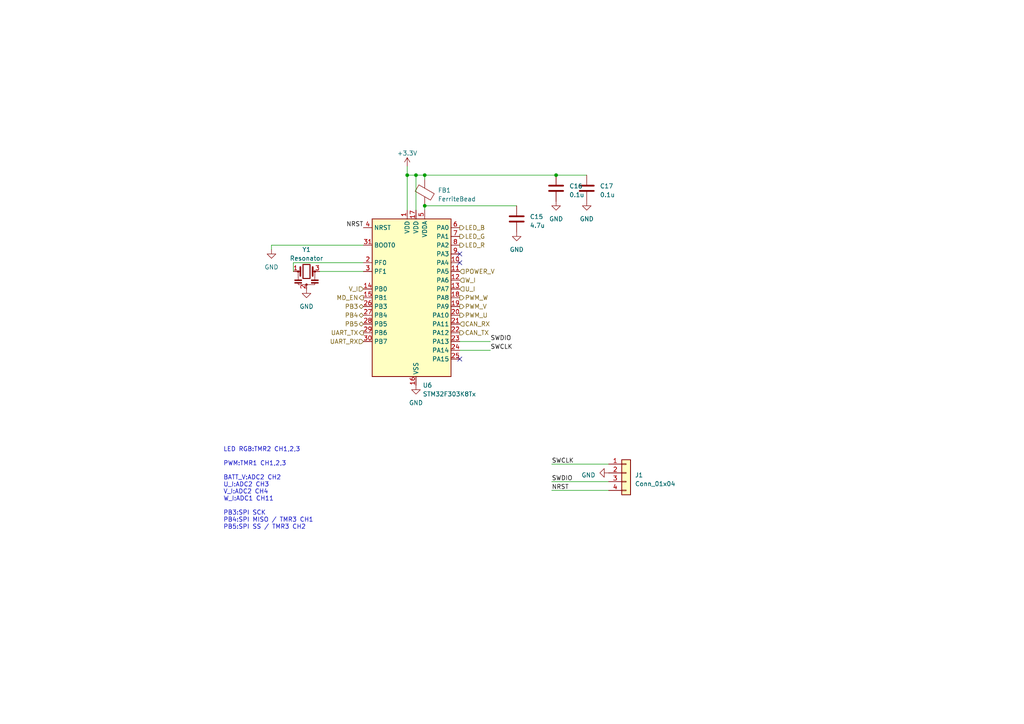
<source format=kicad_sch>
(kicad_sch (version 20230121) (generator eeschema)
  (paper "A4")
  (lib_symbols
    (symbol "Connector_Generic:Conn_01x04" (pin_names (offset 1.016) hide)
      (property "Reference" "J" (at 0 5.08 0))
      (property "Value" "Conn_01x04" (at 0 -7.62 0))
      (symbol "Conn_01x04_1_1"
        (rectangle (start -1.27 -4.953) (end 0 -5.207) (stroke (width 0.1524)))
        (rectangle (start -1.27 -2.413) (end 0 -2.667) (stroke (width 0.1524)))
        (rectangle (start -1.27 0.127) (end 0 -0.127) (stroke (width 0.1524)))
        (rectangle (start -1.27 2.667) (end 0 2.413) (stroke (width 0.1524)))
        (rectangle (start -1.27 3.81) (end 1.27 -6.35) (stroke (width 0.254)) (fill (type background)))
        (pin passive line (at -5.08 2.54 0) (length 3.81) (name "Pin_1") (number "1"))
        (pin passive line (at -5.08 0 0) (length 3.81) (name "Pin_2") (number "2"))
        (pin passive line (at -5.08 -2.54 0) (length 3.81) (name "Pin_3") (number "3"))
        (pin passive line (at -5.08 -5.08 0) (length 3.81) (name "Pin_4") (number "4"))
      )
    )
    (symbol "Device:C" (pin_numbers hide) (pin_names (offset 0.254))
      (property "Reference" "C" (at 0.635 2.54 0))
      (property "Value" "C" (at 0.635 -2.54 0))
      (symbol "C_0_1"
        (polyline (pts (xy -2.032 -0.762) (xy 2.032 -0.762)) (stroke (width 0.508)))
        (polyline (pts (xy -2.032 0.762) (xy 2.032 0.762)) (stroke (width 0.508)))
      )
      (symbol "C_1_1"
        (pin passive line (at 0 3.81 270) (length 2.794) (name "~") (number "1"))
        (pin passive line (at 0 -3.81 90) (length 2.794) (name "~") (number "2"))
      )
    )
    (symbol "Device:FerriteBead" (pin_numbers hide) (pin_names (offset 0))
      (property "Reference" "FB" (at -3.81 0.635 90))
      (property "Value" "FerriteBead" (at 3.81 0 90))
      (symbol "FerriteBead_0_1"
        (polyline (pts (xy 0 -1.27) (xy 0 -1.2192)))
        (polyline (pts (xy 0 1.27) (xy 0 1.2954)))
        (polyline (pts (xy -2.7686 0.4064) (xy -1.7018 2.2606) (xy 2.7686 -0.3048) (xy 1.6764 -2.159) (xy -2.7686 0.4064)))
      )
      (symbol "FerriteBead_1_1"
        (pin passive line (at 0 3.81 270) (length 2.54) (name "~") (number "1"))
        (pin passive line (at 0 -3.81 90) (length 2.54) (name "~") (number "2"))
      )
    )
    (symbol "Device:Resonator" (pin_names (offset 1.016) hide)
      (property "Reference" "Y" (at 0 5.715 0))
      (property "Value" "Resonator" (at 0 3.81 0))
      (symbol "Resonator_0_1"
        (rectangle (start -3.429 -3.175) (end -1.397 -3.429) (fill (type outline)))
        (rectangle (start -3.429 -2.413) (end -1.397 -2.667) (fill (type outline)))
        (circle (center -2.413 0) (radius 0.254) (fill (type outline)))
        (rectangle (start -1.016 2.032) (end 1.016 -2.032) (stroke (width 0.3048)))
        (circle (center 0 -3.81) (radius 0.254) (fill (type outline)))
        (polyline (pts (xy -2.413 -2.413) (xy -2.413 0)))
        (polyline (pts (xy -1.905 0) (xy -3.175 0)))
        (polyline (pts (xy -1.778 -1.27) (xy -1.778 1.27)) (stroke (width 0.508)))
        (polyline (pts (xy 1.778 -1.27) (xy 1.778 1.27)) (stroke (width 0.508)))
        (polyline (pts (xy 1.905 0) (xy 2.54 0)))
        (polyline (pts (xy 2.413 0) (xy 2.413 -2.54)))
        (polyline (pts (xy 2.413 -3.302) (xy 2.413 -3.81) (xy -2.413 -3.81) (xy -2.413 -3.302)))
        (rectangle (start 1.397 -3.175) (end 3.429 -3.429) (fill (type outline)))
        (rectangle (start 1.397 -2.413) (end 3.429 -2.667) (fill (type outline)))
        (circle (center 2.413 0) (radius 0.254) (fill (type outline)))
      )
      (symbol "Resonator_1_1"
        (pin passive line (at -3.81 0 0) (length 1.27) (name "1") (number "1"))
        (pin passive line (at 0 -5.08 90) (length 1.27) (name "2") (number "2"))
        (pin passive line (at 3.81 0 180) (length 1.27) (name "3") (number "3"))
      )
    )
    (symbol "MCU_ST_STM32F3:STM32F303K8Tx"
      (property "Reference" "U" (at -10.16 24.13 0))
      (property "Value" "STM32F303K8Tx" (at 7.62 24.13 0))
      (symbol "STM32F303K8Tx_0_1"
        (rectangle (start -10.16 -22.86) (end 12.7 22.86) (stroke (width 0.254)) (fill (type background)))
      )
      (symbol "STM32F303K8Tx_1_1"
        (pin power_in line (at 0 25.4 270) (length 2.54) (name "VDD") (number "1"))
        (pin bidirectional line (at 15.24 10.16 180) (length 2.54) (name "PA4") (number "10"))
        (pin bidirectional line (at 15.24 7.62 180) (length 2.54) (name "PA5") (number "11"))
        (pin bidirectional line (at 15.24 5.08 180) (length 2.54) (name "PA6") (number "12"))
        (pin bidirectional line (at 15.24 2.54 180) (length 2.54) (name "PA7") (number "13"))
        (pin bidirectional line (at -12.7 2.54 0) (length 2.54) (name "PB0") (number "14"))
        (pin bidirectional line (at -12.7 0 0) (length 2.54) (name "PB1") (number "15"))
        (pin power_in line (at 2.54 -25.4 90) (length 2.54) (name "VSS") (number "16"))
        (pin power_in line (at 2.54 25.4 270) (length 2.54) (name "VDD") (number "17"))
        (pin bidirectional line (at 15.24 0 180) (length 2.54) (name "PA8") (number "18"))
        (pin bidirectional line (at 15.24 -2.54 180) (length 2.54) (name "PA9") (number "19"))
        (pin bidirectional line (at -12.7 10.16 0) (length 2.54) (name "PF0") (number "2"))
        (pin bidirectional line (at 15.24 -5.08 180) (length 2.54) (name "PA10") (number "20"))
        (pin bidirectional line (at 15.24 -7.62 180) (length 2.54) (name "PA11") (number "21"))
        (pin bidirectional line (at 15.24 -10.16 180) (length 2.54) (name "PA12") (number "22"))
        (pin bidirectional line (at 15.24 -12.7 180) (length 2.54) (name "PA13") (number "23"))
        (pin bidirectional line (at 15.24 -15.24 180) (length 2.54) (name "PA14") (number "24"))
        (pin bidirectional line (at 15.24 -17.78 180) (length 2.54) (name "PA15") (number "25"))
        (pin bidirectional line (at -12.7 -2.54 0) (length 2.54) (name "PB3") (number "26"))
        (pin bidirectional line (at -12.7 -5.08 0) (length 2.54) (name "PB4") (number "27"))
        (pin bidirectional line (at -12.7 -7.62 0) (length 2.54) (name "PB5") (number "28"))
        (pin bidirectional line (at -12.7 -10.16 0) (length 2.54) (name "PB6") (number "29"))
        (pin bidirectional line (at -12.7 7.62 0) (length 2.54) (name "PF1") (number "3"))
        (pin bidirectional line (at -12.7 -12.7 0) (length 2.54) (name "PB7") (number "30"))
        (pin input line (at -12.7 15.24 0) (length 2.54) (name "BOOT0") (number "31"))
        (pin passive line (at 2.54 -25.4 90) (length 2.54) hide (name "VSS") (number "32"))
        (pin input line (at -12.7 20.32 0) (length 2.54) (name "NRST") (number "4"))
        (pin power_in line (at 5.08 25.4 270) (length 2.54) (name "VDDA") (number "5"))
        (pin bidirectional line (at 15.24 20.32 180) (length 2.54) (name "PA0") (number "6"))
        (pin bidirectional line (at 15.24 17.78 180) (length 2.54) (name "PA1") (number "7"))
        (pin bidirectional line (at 15.24 15.24 180) (length 2.54) (name "PA2") (number "8"))
        (pin bidirectional line (at 15.24 12.7 180) (length 2.54) (name "PA3") (number "9"))
      )
    )
    (symbol "power:+3.3V" (power) (pin_names (offset 0))
      (property "Value" "+3.3V" (at 0 3.556 0))
      (symbol "+3.3V_0_1"
        (polyline (pts (xy -0.762 1.27) (xy 0 2.54)))
        (polyline (pts (xy 0 0) (xy 0 2.54)))
        (polyline (pts (xy 0 2.54) (xy 0.762 1.27)))
      )
      (symbol "+3.3V_1_1"
        (pin power_in line (at 0 0 90) (length 0) hide (name "+3.3V") (number "1"))
      )
    )
    (symbol "power:GND" (power) (pin_names (offset 0))
      (property "Value" "GND" (at 0 -3.81 0))
      (symbol "GND_0_1"
        (polyline (pts (xy 0 0) (xy 0 -1.27) (xy 1.27 -1.27) (xy 0 -2.54) (xy -1.27 -1.27) (xy 0 -1.27)))
      )
      (symbol "GND_1_1"
        (pin power_in line (at 0 0 270) (length 0) hide (name "GND") (number "1"))
      )
    )
  )
  (junction (at 123.19 59.69))
  (junction (at 161.29 50.8))
  (junction (at 118.11 50.8))
  (junction (at 120.65 50.8))
  (junction (at 123.19 50.8))
  (no_connect (at 133.35 76.2))
  (no_connect (at 133.35 73.66))
  (no_connect (at 133.35 104.14))
  (wire (pts (xy 78.74 71.12) (xy 78.74 72.39)))
  (wire (pts (xy 105.41 71.12) (xy 78.74 71.12)))
  (wire (pts (xy 92.71 78.74) (xy 105.41 78.74)))
  (wire (pts (xy 118.11 48.26) (xy 118.11 50.8)))
  (wire (pts (xy 161.29 50.8) (xy 170.18 50.8)))
  (wire (pts (xy 105.41 76.2) (xy 85.09 76.2)))
  (wire (pts (xy 123.19 50.8) (xy 161.29 50.8)))
  (wire (pts (xy 118.11 50.8) (xy 120.65 50.8)))
  (wire (pts (xy 123.19 50.8) (xy 123.19 52.07)))
  (wire (pts (xy 142.24 99.06) (xy 133.35 99.06)))
  (wire (pts (xy 85.09 76.2) (xy 85.09 78.74)))
  (wire (pts (xy 142.24 101.6) (xy 133.35 101.6)))
  (wire (pts (xy 123.19 59.69) (xy 123.19 60.96)))
  (wire (pts (xy 120.65 50.8) (xy 120.65 60.96)))
  (wire (pts (xy 160.02 139.7) (xy 176.53 139.7)))
  (wire (pts (xy 120.65 50.8) (xy 123.19 50.8)))
  (wire (pts (xy 118.11 50.8) (xy 118.11 60.96)))
  (wire (pts (xy 123.19 59.69) (xy 149.86 59.69)))
  (wire (pts (xy 160.02 142.24) (xy 176.53 142.24)))
  (wire (pts (xy 160.02 134.62) (xy 176.53 134.62)))
  (text "LED RGB:TMR2 CH1,2,3\n\nPWM:TMR1 CH1,2,3\n\nBATT_V:ADC2 CH2\nU_I:ADC2 CH3\nV_I:ADC2 CH4\nW_I:ADC1 CH11\n\nPB3:SPI SCK\nPB4:SPI MISO / TMR3 CH1\nPB5:SPI SS / TMR3 CH2" (at 64.77 153.67 0) (effects (font (size 1.27 1.27)) (justify left bottom)))
  (label "SWCLK" (at 142.24 101.6 0))
  (label "SWDIO" (at 160.02 139.7 0))
  (label "NRST" (at 160.02 142.24 0))
  (label "SWCLK" (at 160.02 134.62 0))
  (label "NRST" (at 105.41 66.04 180))
  (label "SWDIO" (at 142.24 99.06 0))
  (hierarchical_label "PWM_U" (shape output) (at 133.35 91.44 0))
  (hierarchical_label "UART_TX" (shape output) (at 105.41 96.52 180))
  (hierarchical_label "UART_RX" (shape input) (at 105.41 99.06 180))
  (hierarchical_label "MD_EN" (shape output) (at 105.41 86.36 180))
  (hierarchical_label "PB5" (shape bidirectional) (at 105.41 93.98 180))
  (hierarchical_label "PWM_W" (shape output) (at 133.35 86.36 0))
  (hierarchical_label "PB3" (shape bidirectional) (at 105.41 88.9 180))
  (hierarchical_label "CAN_TX" (shape output) (at 133.35 96.52 0))
  (hierarchical_label "PB4" (shape bidirectional) (at 105.41 91.44 180))
  (hierarchical_label "LED_R" (shape output) (at 133.35 71.12 0))
  (hierarchical_label "V_I" (shape input) (at 105.41 83.82 180))
  (hierarchical_label "W_I" (shape input) (at 133.35 81.28 0))
  (hierarchical_label "LED_B" (shape output) (at 133.35 66.04 0))
  (hierarchical_label "POWER_V" (shape input) (at 133.35 78.74 0))
  (hierarchical_label "LED_G" (shape output) (at 133.35 68.58 0))
  (hierarchical_label "CAN_RX" (shape input) (at 133.35 93.98 0))
  (hierarchical_label "PWM_V" (shape output) (at 133.35 88.9 0))
  (hierarchical_label "U_I" (shape input) (at 133.35 83.82 0))
  (symbol (lib_id "power:GND") (at 149.86 67.31 0) (unit 1)
    (property "Reference" "#PWR037" (effects hide))
    (property "Value" "GND" (at 149.86 72.39 0))
  )
  (symbol (lib_id "Connector_Generic:Conn_01x04") (at 181.61 137.16 0) (unit 1)
    (property "Reference" "J1" (at 184.15 137.795 0) (effects (justify left)))
    (property "Value" "Conn_01x04" (at 184.15 140.335 0) (effects (justify left)))
    (property "Footprint" "Connector_JST:JST_SH_SM04B-SRSS-TB_1x04-1MP_P1.00mm_Horizontal" (effects hide))
  )
  (symbol (lib_id "Device:C") (at 149.86 63.5 0) (unit 1)
    (property "Reference" "C15" (at 153.67 62.865 0) (effects (justify left)))
    (property "Value" "4.7u" (at 153.67 65.405 0) (effects (justify left)))
    (property "Footprint" "Capacitor_SMD:C_0805_2012Metric_Pad1.18x1.45mm_HandSolder" (effects hide))
    (property "LCSC" "C1779" (effects hide))
  )
  (symbol (lib_id "MCU_ST_STM32F3:STM32F303K8Tx") (at 118.11 86.36 0) (unit 1)
    (property "Reference" "U6" (at 122.6059 111.76 0) (effects (justify left)))
    (property "Value" "STM32F303K8Tx" (at 122.6059 114.3 0) (effects (justify left)))
    (property "Footprint" "Package_QFP:LQFP-32_7x7mm_P0.8mm" (effects hide))
    (property "Datasheet" "https://www.st.com/resource/en/datasheet/stm32f303k8.pdf" (effects hide))
  )
  (symbol (lib_id "Device:Resonator") (at 88.9 78.74 0) (unit 1)
    (property "Reference" "Y1" (at 88.9 72.39 0))
    (property "Value" "Resonator" (at 88.9 74.93 0))
    (property "Footprint" "Crystal:Resonator_SMD_Murata_CSTxExxV-3Pin_3.0x1.1mm_HandSoldering" (effects hide))
    (property "LCSC" "C1870467" (effects hide))
  )
  (symbol (lib_id "Device:C") (at 170.18 54.61 0) (unit 1)
    (property "Reference" "C17" (at 173.99 53.975 0) (effects (justify left)))
    (property "Value" "0.1u" (at 173.99 56.515 0) (effects (justify left)))
    (property "Footprint" "Capacitor_SMD:C_0603_1608Metric_Pad1.08x0.95mm_HandSolder" (effects hide))
    (property "LCSC" "C14663" (effects hide))
  )
  (symbol (lib_id "power:GND") (at 161.29 58.42 0) (unit 1)
    (property "Reference" "#PWR038" (effects hide))
    (property "Value" "GND" (at 161.29 63.5 0))
  )
  (symbol (lib_id "power:GND") (at 120.65 111.76 0) (unit 1)
    (property "Reference" "#PWR036" (effects hide))
    (property "Value" "GND" (at 120.65 116.84 0))
  )
  (symbol (lib_id "power:GND") (at 170.18 58.42 0) (unit 1)
    (property "Reference" "#PWR039" (effects hide))
    (property "Value" "GND" (at 170.18 63.5 0))
  )
  (symbol (lib_id "power:GND") (at 176.53 137.16 270) (unit 1)
    (property "Reference" "#PWR040" (effects hide))
    (property "Value" "GND" (at 172.72 137.795 90) (effects (justify right)))
  )
  (symbol (lib_id "power:+3.3V") (at 118.11 48.26 0) (unit 1)
    (property "Reference" "#PWR035" (effects hide))
    (property "Value" "+3.3V" (at 118.11 44.45 0))
  )
  (symbol (lib_id "Device:C") (at 161.29 54.61 0) (unit 1)
    (property "Reference" "C16" (at 165.1 53.975 0) (effects (justify left)))
    (property "Value" "0.1u" (at 165.1 56.515 0) (effects (justify left)))
    (property "Footprint" "Capacitor_SMD:C_0603_1608Metric_Pad1.08x0.95mm_HandSolder" (effects hide))
    (property "LCSC" "C14663" (effects hide))
  )
  (symbol (lib_id "power:GND") (at 88.9 83.82 0) (unit 1)
    (property "Reference" "#PWR034" (effects hide))
    (property "Value" "GND" (at 88.9 88.9 0))
  )
  (symbol (lib_id "power:GND") (at 78.74 72.39 0) (unit 1)
    (property "Reference" "#PWR033" (effects hide))
    (property "Value" "GND" (at 78.74 77.47 0))
  )
  (symbol (lib_id "Device:FerriteBead") (at 123.19 55.88 0) (unit 1)
    (property "Reference" "FB1" (at 127 55.1942 0) (effects (justify left)))
    (property "Value" "FerriteBead" (at 127 57.7342 0) (effects (justify left)))
    (property "Footprint" "Inductor_SMD:L_0603_1608Metric_Pad1.05x0.95mm_HandSolder" (effects hide))
    (property "LCSC" "C1002" (effects hide))
  )
)
</source>
